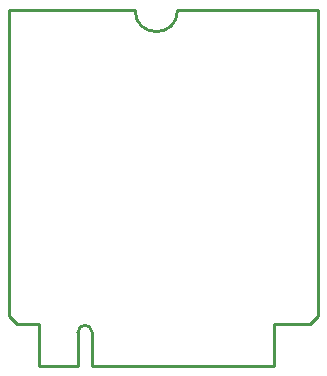
<source format=gm1>
G04*
G04 #@! TF.GenerationSoftware,Altium Limited,Altium Designer,22.2.1 (43)*
G04*
G04 Layer_Color=16711935*
%FSLAX25Y25*%
%MOIN*%
G70*
G04*
G04 #@! TF.SameCoordinates,FD089562-881E-4EE4-B05D-B5CD34326894*
G04*
G04*
G04 #@! TF.FilePolarity,Positive*
G04*
G01*
G75*
%ADD11C,0.01000*%
D11*
X37083Y15618D02*
G03*
X32358Y15618I-2362J0D01*
G01*
X51413Y123000D02*
G03*
X65587Y123000I7087J0D01*
G01*
X97713Y4594D02*
Y18374D01*
X19563Y4594D02*
Y18374D01*
X32358Y4594D02*
Y15618D01*
X37083Y4594D02*
Y15618D01*
X19563Y4594D02*
X32358D01*
X37083D02*
X97713D01*
X65587Y123000D02*
X112500D01*
X9500D02*
X51413D01*
X9500Y82000D02*
Y123000D01*
X112500Y21000D02*
Y123000D01*
X109874Y18374D02*
X112500Y21000D01*
X97713Y18374D02*
X109874D01*
X9500Y21000D02*
Y82000D01*
Y21000D02*
X12126Y18374D01*
X19563D01*
M02*

</source>
